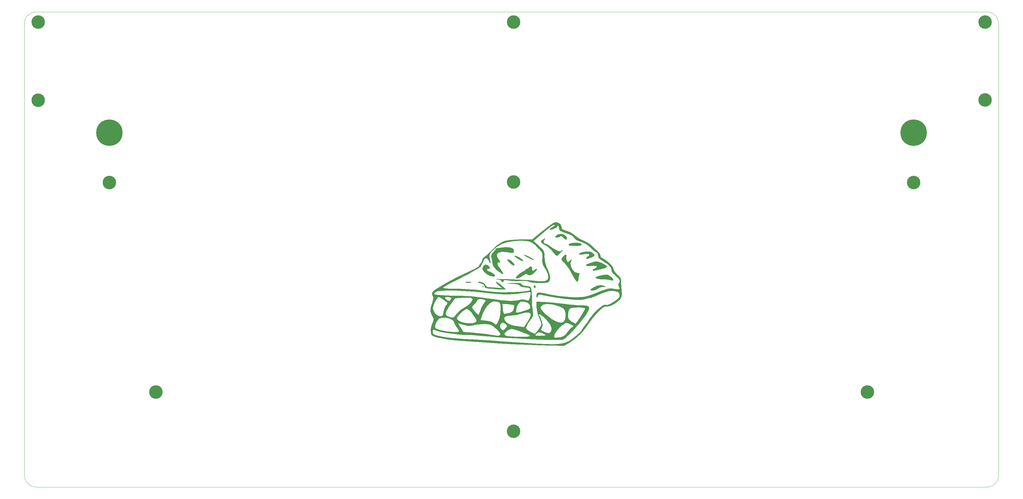
<source format=gbr>
%TF.GenerationSoftware,KiCad,Pcbnew,(5.1.10)-1*%
%TF.CreationDate,2021-06-02T05:43:55-04:00*%
%TF.ProjectId,pi75-plate-back,70693735-2d70-46c6-9174-652d6261636b,rev?*%
%TF.SameCoordinates,Original*%
%TF.FileFunction,Soldermask,Bot*%
%TF.FilePolarity,Negative*%
%FSLAX46Y46*%
G04 Gerber Fmt 4.6, Leading zero omitted, Abs format (unit mm)*
G04 Created by KiCad (PCBNEW (5.1.10)-1) date 2021-06-02 05:43:55*
%MOMM*%
%LPD*%
G01*
G04 APERTURE LIST*
%TA.AperFunction,Profile*%
%ADD10C,0.050000*%
%TD*%
%ADD11C,0.010000*%
%ADD12C,4.400000*%
%ADD13C,8.600000*%
G04 APERTURE END LIST*
D10*
X297815000Y-5600700D02*
X-12065000Y-5600700D01*
X297815000Y-5600700D02*
G75*
G02*
X301625000Y-9410700I0J-3810000D01*
G01*
X301625000Y-156730700D02*
G75*
G02*
X297815000Y-160540700I-3810000J0D01*
G01*
X-12065000Y-160540700D02*
G75*
G02*
X-15875000Y-156730700I0J3810000D01*
G01*
X297815000Y-160540700D02*
X-12065000Y-160540700D01*
X-15875000Y-9410700D02*
X-15875000Y-156730700D01*
X-15875000Y-9410700D02*
G75*
G02*
X-12065000Y-5600700I3810000J0D01*
G01*
X301625000Y-9410700D02*
X301625000Y-156730700D01*
D11*
%TO.C,G\u002A\u002A\u002A*%
G36*
X156626393Y-74370979D02*
G01*
X155719318Y-74955635D01*
X154526258Y-75823458D01*
X153172737Y-76887228D01*
X153060365Y-76978933D01*
X149612037Y-79801155D01*
X146259472Y-79801155D01*
X143870633Y-79839965D01*
X142028736Y-79991234D01*
X140577741Y-80307222D01*
X139361606Y-80840190D01*
X138224290Y-81642398D01*
X137009754Y-82766107D01*
X136811453Y-82965436D01*
X135726225Y-84028912D01*
X134774814Y-84897743D01*
X134097620Y-85446588D01*
X133901036Y-85563699D01*
X133435084Y-86053006D01*
X133347178Y-86449666D01*
X133090505Y-87239317D01*
X132818012Y-87562267D01*
X132371068Y-88136305D01*
X132288845Y-88437021D01*
X131984589Y-88748091D01*
X131161698Y-89249497D01*
X129954987Y-89865472D01*
X128849262Y-90370098D01*
X127048578Y-91193568D01*
X125098601Y-92151564D01*
X123123938Y-93175611D01*
X121249198Y-94197233D01*
X119598988Y-95147956D01*
X118297917Y-95959302D01*
X117470593Y-96562797D01*
X117323601Y-96703757D01*
X116925198Y-97322275D01*
X117064912Y-97919194D01*
X117157249Y-98075110D01*
X117388466Y-98659610D01*
X117320191Y-99384030D01*
X117004954Y-100325559D01*
X116522840Y-101936371D01*
X116489960Y-103222413D01*
X116910028Y-104406015D01*
X117077983Y-104698436D01*
X117493669Y-105517942D01*
X117500273Y-106133893D01*
X117274704Y-106638713D01*
X116796836Y-107858578D01*
X116553554Y-109183109D01*
X116582716Y-110326476D01*
X116727244Y-110772019D01*
X117318847Y-111228509D01*
X118557910Y-111662268D01*
X120386442Y-112062958D01*
X122746458Y-112420244D01*
X125579967Y-112723791D01*
X128828983Y-112963262D01*
X129113845Y-112979840D01*
X131491682Y-113122230D01*
X134080207Y-113288270D01*
X136588594Y-113458684D01*
X138726013Y-113614190D01*
X138991623Y-113634648D01*
X140689820Y-113747255D01*
X142913239Y-113865882D01*
X145481687Y-113982520D01*
X148214972Y-114089164D01*
X150932898Y-114177805D01*
X151691623Y-114198977D01*
X159981900Y-114420506D01*
X161464952Y-113544684D01*
X163704542Y-112037487D01*
X165559555Y-110331594D01*
X167266215Y-108202580D01*
X167610963Y-107705619D01*
X169125906Y-105606969D01*
X170548187Y-103884815D01*
X171818246Y-102598900D01*
X172876528Y-101808967D01*
X173663475Y-101574759D01*
X173715228Y-101582255D01*
X174687121Y-101493412D01*
X175899803Y-101015382D01*
X177110585Y-100272846D01*
X178076778Y-99390483D01*
X178145013Y-99306480D01*
X178616376Y-98551032D01*
X178783596Y-97718374D01*
X178718367Y-96562609D01*
X178600041Y-95206575D01*
X178532545Y-93894534D01*
X178526375Y-93496548D01*
X178488858Y-93185465D01*
X178139328Y-93185465D01*
X178045222Y-93858427D01*
X177796224Y-94089245D01*
X177634397Y-94557775D01*
X177796224Y-94968817D01*
X178101510Y-95690937D01*
X177965303Y-96035084D01*
X177303569Y-96059629D01*
X176441889Y-95909586D01*
X175672582Y-95778756D01*
X174977413Y-95760864D01*
X174196717Y-95889545D01*
X173170825Y-96198435D01*
X171740071Y-96721169D01*
X170709250Y-97117229D01*
X168991672Y-97772285D01*
X167712025Y-98209760D01*
X166651916Y-98471010D01*
X165592950Y-98597385D01*
X164316735Y-98630239D01*
X162804123Y-98614061D01*
X158071497Y-98243184D01*
X155147411Y-97700049D01*
X153391463Y-97318974D01*
X152209682Y-97128829D01*
X151491774Y-97149307D01*
X151127449Y-97400100D01*
X151006411Y-97900899D01*
X151008428Y-98439036D01*
X151079115Y-98748079D01*
X151280577Y-98407813D01*
X151327050Y-98295396D01*
X151489294Y-97953845D01*
X151731449Y-97770546D01*
X152198910Y-97741582D01*
X153037069Y-97863034D01*
X154391323Y-98130986D01*
X154744272Y-98203324D01*
X157150868Y-98650125D01*
X159539491Y-99009326D01*
X161785789Y-99269845D01*
X163765407Y-99420603D01*
X165353991Y-99450519D01*
X166427187Y-99348513D01*
X166686284Y-99267391D01*
X167588998Y-98953772D01*
X168222516Y-98851155D01*
X168921121Y-98705917D01*
X169908406Y-98343147D01*
X170234388Y-98197083D01*
X172485084Y-97224795D01*
X174275020Y-96658559D01*
X175702211Y-96473642D01*
X176638278Y-96581054D01*
X177558754Y-96906335D01*
X177980625Y-97391206D01*
X178082073Y-97848677D01*
X178052731Y-98424986D01*
X177731345Y-98946530D01*
X176994704Y-99562663D01*
X176240723Y-100080717D01*
X174929623Y-100858528D01*
X174010757Y-101172846D01*
X173555019Y-101141410D01*
X173006520Y-101135053D01*
X172307495Y-101495397D01*
X171324491Y-102298606D01*
X170986648Y-102607245D01*
X169919541Y-103685831D01*
X168963500Y-104804321D01*
X168390593Y-105618642D01*
X167653994Y-106736846D01*
X166836164Y-107779701D01*
X166714899Y-107914384D01*
X166120641Y-108645098D01*
X165814078Y-109197589D01*
X165802734Y-109267984D01*
X165534051Y-109718856D01*
X164830132Y-110431566D01*
X163844172Y-111278650D01*
X162729366Y-112132642D01*
X161638909Y-112866077D01*
X161120674Y-113163678D01*
X160289091Y-113512944D01*
X159256684Y-113761367D01*
X157936805Y-113912522D01*
X156242807Y-113969982D01*
X154088043Y-113937322D01*
X151385866Y-113818118D01*
X148869400Y-113669078D01*
X146366013Y-113505747D01*
X143589807Y-113318381D01*
X140842554Y-113127704D01*
X138426026Y-112954437D01*
X137933289Y-112918080D01*
X135522571Y-112748900D01*
X132751185Y-112570072D01*
X129963333Y-112403020D01*
X127526345Y-112270334D01*
X125405621Y-112129603D01*
X123292957Y-111931024D01*
X121402729Y-111698480D01*
X119949314Y-111455853D01*
X119677039Y-111395876D01*
X118359374Y-111060887D01*
X117590193Y-110779293D01*
X117225573Y-110468907D01*
X117121593Y-110047547D01*
X117119400Y-109935379D01*
X117147948Y-109320615D01*
X117361357Y-109127748D01*
X117951282Y-109287850D01*
X118419351Y-109467848D01*
X119618615Y-109817306D01*
X121308043Y-110158779D01*
X123272618Y-110461320D01*
X125297323Y-110693981D01*
X127167140Y-110825816D01*
X127982555Y-110844257D01*
X129341032Y-110884447D01*
X131166463Y-110993053D01*
X133225353Y-111153770D01*
X135284205Y-111350291D01*
X135390889Y-111361610D01*
X137077264Y-111518998D01*
X139168546Y-111678772D01*
X141561215Y-111836361D01*
X144151752Y-111987197D01*
X146836636Y-112126709D01*
X149512348Y-112250330D01*
X152075367Y-112353489D01*
X154422174Y-112431617D01*
X156449249Y-112480144D01*
X158053071Y-112494502D01*
X159130122Y-112470121D01*
X159518951Y-112426619D01*
X160203361Y-112033917D01*
X161195752Y-111186666D01*
X162392135Y-110003105D01*
X163688520Y-108601476D01*
X164137383Y-108080004D01*
X162980512Y-108080004D01*
X162713464Y-108370590D01*
X162649654Y-108376155D01*
X162276241Y-108640818D01*
X161667026Y-109321835D01*
X161192316Y-109944752D01*
X160536287Y-110788497D01*
X159919930Y-111305911D01*
X159126383Y-111601601D01*
X157938788Y-111780177D01*
X157247873Y-111847476D01*
X156727088Y-111723049D01*
X156630512Y-111533636D01*
X156781995Y-111026723D01*
X154161067Y-111026723D01*
X153841913Y-111120752D01*
X153018671Y-111183101D01*
X152220789Y-111198378D01*
X151123581Y-111187298D01*
X150829204Y-111143721D01*
X148881328Y-111143721D01*
X148686066Y-111367857D01*
X147837927Y-111491453D01*
X146343262Y-111537939D01*
X146003081Y-111539936D01*
X144385674Y-111521682D01*
X142913347Y-111463374D01*
X141812915Y-111375694D01*
X141488434Y-111327323D01*
X140667367Y-110990089D01*
X140602892Y-110781162D01*
X139207836Y-110781162D01*
X139003091Y-111032398D01*
X138679546Y-111154266D01*
X138086658Y-111148112D01*
X137073885Y-111015280D01*
X135816623Y-110811465D01*
X134336107Y-110600828D01*
X132504921Y-110390645D01*
X130676846Y-110220802D01*
X130364288Y-110196769D01*
X127205008Y-109963655D01*
X127072612Y-109768437D01*
X125745654Y-109768437D01*
X125719034Y-109857524D01*
X125258177Y-110017760D01*
X124276306Y-110040616D01*
X122941622Y-109939689D01*
X121422326Y-109728574D01*
X119886619Y-109420866D01*
X119671043Y-109368660D01*
X118708382Y-109073252D01*
X118072952Y-108773727D01*
X117970266Y-108678646D01*
X117925315Y-108063012D01*
X118180471Y-107159964D01*
X118620700Y-106252586D01*
X119130967Y-105623962D01*
X119241127Y-105551225D01*
X120252115Y-105262667D01*
X121447671Y-105273292D01*
X122625910Y-105530568D01*
X123584945Y-105981967D01*
X124122888Y-106574958D01*
X124174956Y-106834984D01*
X124389940Y-107453747D01*
X124920850Y-108271937D01*
X125059259Y-108443295D01*
X125571943Y-109198785D01*
X125745654Y-109768437D01*
X127072612Y-109768437D01*
X126248217Y-108552874D01*
X125709833Y-107718659D01*
X125406081Y-107167944D01*
X125378922Y-107054597D01*
X125731570Y-107107485D01*
X126535672Y-107339035D01*
X127128456Y-107533415D01*
X128391745Y-107872422D01*
X129468994Y-107883862D01*
X130343109Y-107708775D01*
X131609431Y-107485446D01*
X133141220Y-107343925D01*
X133998432Y-107317822D01*
X135192135Y-107352647D01*
X136021989Y-107533422D01*
X136772422Y-107974601D01*
X137727862Y-108790636D01*
X137783415Y-108840884D01*
X138712244Y-109779028D01*
X139187272Y-110478968D01*
X139207836Y-110781162D01*
X140602892Y-110781162D01*
X140507914Y-110473395D01*
X141004590Y-109827532D01*
X141704576Y-109345902D01*
X142287567Y-109029285D01*
X142788188Y-108893791D01*
X143400218Y-108954172D01*
X144317435Y-109225177D01*
X145486325Y-109633773D01*
X147287809Y-110300110D01*
X148417359Y-110795616D01*
X148881328Y-111143721D01*
X150829204Y-111143721D01*
X150620632Y-111112846D01*
X150600648Y-110913206D01*
X150952334Y-110526561D01*
X150973371Y-110505518D01*
X151489092Y-110075873D01*
X151996671Y-110012138D01*
X152801557Y-110287291D01*
X152913649Y-110333864D01*
X153712557Y-110707751D01*
X154139077Y-110985459D01*
X154161067Y-111026723D01*
X156781995Y-111026723D01*
X156878780Y-110702850D01*
X157519032Y-109666508D01*
X158388077Y-108609146D01*
X155930940Y-108609146D01*
X155815264Y-109635761D01*
X155501623Y-110069489D01*
X155181189Y-110372040D01*
X154881783Y-110448992D01*
X154361485Y-110289048D01*
X153620570Y-109981656D01*
X152773353Y-109600807D01*
X152460695Y-109267411D01*
X152568793Y-108750646D01*
X152779513Y-108275775D01*
X152934800Y-107602230D01*
X152799540Y-106746331D01*
X152335236Y-105560707D01*
X151769022Y-104407405D01*
X151909922Y-104165819D01*
X152079856Y-104142822D01*
X152534003Y-104381621D01*
X153298382Y-105008254D01*
X154209069Y-105888080D01*
X154225921Y-105905541D01*
X155398991Y-107358663D01*
X155930940Y-108609146D01*
X158388077Y-108609146D01*
X158394439Y-108601406D01*
X159348172Y-107684339D01*
X160223403Y-107092105D01*
X160683132Y-106965044D01*
X161400901Y-107107710D01*
X162207102Y-107444225D01*
X162818992Y-107837371D01*
X162980512Y-108080004D01*
X164137383Y-108080004D01*
X164980918Y-107100018D01*
X166165340Y-105616974D01*
X167137796Y-104270584D01*
X167794298Y-103179088D01*
X167941633Y-102849623D01*
X168062414Y-102378738D01*
X166861067Y-102378738D01*
X166686314Y-102771685D01*
X166235775Y-103557801D01*
X165620032Y-104562992D01*
X164949665Y-105613165D01*
X164335256Y-106534226D01*
X163887385Y-107152082D01*
X163727707Y-107311754D01*
X163371376Y-107148162D01*
X162650372Y-106733385D01*
X162404790Y-106583494D01*
X161578982Y-105936517D01*
X161252615Y-105213280D01*
X161221440Y-104731411D01*
X161248533Y-104220690D01*
X160511067Y-104220690D01*
X160358063Y-105713154D01*
X159872096Y-106605110D01*
X159012733Y-106919235D01*
X157739541Y-106678207D01*
X156806900Y-106298225D01*
X155787733Y-105687563D01*
X154595657Y-104774001D01*
X153724189Y-103982075D01*
X152824949Y-103036666D01*
X152379981Y-102400689D01*
X152306205Y-101926345D01*
X152411455Y-101646701D01*
X153083081Y-100985341D01*
X154206769Y-100729658D01*
X155836785Y-100873045D01*
X156893721Y-101100954D01*
X158573709Y-101595164D01*
X159660189Y-102147752D01*
X160264214Y-102854498D01*
X160496839Y-103811178D01*
X160511067Y-104220690D01*
X161248533Y-104220690D01*
X161292986Y-103382723D01*
X161574632Y-102575811D01*
X162188510Y-102152397D01*
X163256752Y-101954208D01*
X163373428Y-101942578D01*
X164832525Y-101874098D01*
X165993699Y-101955650D01*
X166707494Y-102168543D01*
X166861067Y-102378738D01*
X168062414Y-102378738D01*
X168138428Y-102082390D01*
X167945409Y-101619201D01*
X167262946Y-101389122D01*
X165991407Y-101321219D01*
X165794043Y-101320600D01*
X164533554Y-101271463D01*
X162841349Y-101139323D01*
X160983274Y-100947085D01*
X159905835Y-100813282D01*
X157997343Y-100580722D01*
X156021200Y-100376070D01*
X154279008Y-100229139D01*
X153543706Y-100184389D01*
X150986067Y-100062814D01*
X150986067Y-101771886D01*
X151294416Y-103808828D01*
X151919675Y-105454443D01*
X152431673Y-106635625D01*
X152615629Y-107387415D01*
X152507383Y-107884905D01*
X152438736Y-107990236D01*
X151951643Y-108695578D01*
X151416934Y-109520453D01*
X150898969Y-110185166D01*
X150473610Y-110473317D01*
X150456900Y-110473647D01*
X149696291Y-110265770D01*
X148785162Y-109798625D01*
X147982586Y-109231987D01*
X147547633Y-108725634D01*
X147530910Y-108669101D01*
X147672609Y-108088976D01*
X148155736Y-107189348D01*
X148703474Y-106398203D01*
X149426363Y-105388568D01*
X149772007Y-104649899D01*
X149805728Y-104203912D01*
X149151027Y-104203912D01*
X149029013Y-104800560D01*
X148597667Y-105743116D01*
X148096298Y-106594739D01*
X146929123Y-108395310D01*
X145165234Y-108165509D01*
X145115957Y-108157338D01*
X141392823Y-108157338D01*
X140962354Y-108695282D01*
X140331644Y-109295153D01*
X139876308Y-109367205D01*
X139414956Y-109011155D01*
X139019783Y-108197946D01*
X139190578Y-107339094D01*
X139475145Y-107002926D01*
X139980797Y-106821753D01*
X140633621Y-107152601D01*
X140794997Y-107278857D01*
X141352978Y-107783086D01*
X141392823Y-108157338D01*
X145115957Y-108157338D01*
X143933000Y-107961184D01*
X142856809Y-107710285D01*
X142520046Y-107602211D01*
X141406446Y-107008832D01*
X140686422Y-106290686D01*
X140418487Y-105575286D01*
X140661159Y-104990148D01*
X141196484Y-104717951D01*
X142095002Y-104571411D01*
X143212520Y-104501266D01*
X143306012Y-104500417D01*
X144527988Y-104356804D01*
X145824421Y-104010089D01*
X146014118Y-103938500D01*
X147366378Y-103553131D01*
X148419573Y-103557836D01*
X149046875Y-103941884D01*
X149151027Y-104203912D01*
X149805728Y-104203912D01*
X149827077Y-103921565D01*
X149739769Y-103281899D01*
X149615737Y-102238506D01*
X149595534Y-101950112D01*
X149002384Y-101950112D01*
X148853988Y-102302445D01*
X148326696Y-102599291D01*
X147285438Y-102954532D01*
X146985906Y-103048120D01*
X145645770Y-103460773D01*
X144843033Y-103672550D01*
X144440103Y-103687984D01*
X144299385Y-103511606D01*
X144283285Y-103147948D01*
X144283289Y-103137131D01*
X144476128Y-101894871D01*
X144689647Y-101433609D01*
X143787613Y-101433609D01*
X143710920Y-101940864D01*
X143701323Y-101981301D01*
X143427948Y-102874300D01*
X143017975Y-103435353D01*
X142302818Y-103776430D01*
X141113890Y-104009503D01*
X140526451Y-104089965D01*
X140247129Y-103801819D01*
X140031736Y-102966394D01*
X139971245Y-102467128D01*
X139945186Y-102155495D01*
X139335984Y-102155495D01*
X139213973Y-104091241D01*
X138891984Y-105720993D01*
X138407756Y-106874280D01*
X138242422Y-107095214D01*
X137824106Y-107544619D01*
X137537549Y-107550861D01*
X137063326Y-107103030D01*
X137013692Y-107053239D01*
X136236182Y-106621371D01*
X135533922Y-106447430D01*
X131433959Y-106447430D01*
X131184131Y-106735069D01*
X131089703Y-106806262D01*
X130270573Y-107082877D01*
X129045484Y-107148844D01*
X127677497Y-107017611D01*
X126429674Y-106702627D01*
X126065832Y-106549429D01*
X125331872Y-106075244D01*
X124962331Y-105633049D01*
X125112554Y-105119749D01*
X125669698Y-104374534D01*
X126460063Y-103566343D01*
X127309948Y-102864117D01*
X128045651Y-102436796D01*
X128308148Y-102378933D01*
X128947014Y-102693574D01*
X129798949Y-103597176D01*
X130361066Y-104360122D01*
X131069377Y-105417577D01*
X131411358Y-106060806D01*
X131433959Y-106447430D01*
X135533922Y-106447430D01*
X135013080Y-106318424D01*
X134541170Y-106259489D01*
X132685863Y-106083100D01*
X133323136Y-104207244D01*
X133959522Y-102804349D01*
X134818039Y-101529190D01*
X135765078Y-100536403D01*
X136667030Y-99980624D01*
X137032354Y-99914306D01*
X138282625Y-100012012D01*
X138985106Y-100379057D01*
X139286024Y-101157704D01*
X139335984Y-102155495D01*
X139945186Y-102155495D01*
X139888773Y-101480868D01*
X139847350Y-100856017D01*
X139847528Y-100747575D01*
X140181040Y-100751682D01*
X141017854Y-100807447D01*
X141897883Y-100879109D01*
X143031211Y-100994476D01*
X143611082Y-101148728D01*
X143787613Y-101433609D01*
X144689647Y-101433609D01*
X144973991Y-100819348D01*
X145655898Y-100142936D01*
X145890903Y-100049307D01*
X147118945Y-100008027D01*
X148177044Y-100437729D01*
X148841649Y-101236194D01*
X148906951Y-101428411D01*
X149002384Y-101950112D01*
X149595534Y-101950112D01*
X149513058Y-100772800D01*
X149450605Y-99168022D01*
X149444538Y-98851155D01*
X149391439Y-97426077D01*
X149374868Y-97233710D01*
X149094403Y-97233710D01*
X149010922Y-97858621D01*
X148795776Y-98998870D01*
X148577203Y-99575709D01*
X148233324Y-99721269D01*
X147642258Y-99567680D01*
X147484805Y-99513092D01*
X146289955Y-99326846D01*
X145132169Y-99567623D01*
X144012064Y-99777652D01*
X142404415Y-99816854D01*
X140262127Y-99682098D01*
X139845342Y-99634384D01*
X134507820Y-99634384D01*
X134345642Y-100010953D01*
X134055699Y-100340355D01*
X133538977Y-101099988D01*
X132993740Y-102205021D01*
X132768135Y-102775140D01*
X132151604Y-104489656D01*
X131305887Y-103698878D01*
X130595574Y-102938633D01*
X130116956Y-102271274D01*
X129999956Y-101710325D01*
X130399251Y-101156447D01*
X130678516Y-100922752D01*
X131308238Y-100284580D01*
X131582863Y-99723329D01*
X131583289Y-99707495D01*
X131808433Y-99452365D01*
X130140928Y-99452365D01*
X129781553Y-100201796D01*
X128987872Y-101016427D01*
X127857304Y-101769178D01*
X127704224Y-101849011D01*
X126386715Y-102695593D01*
X125256821Y-103730786D01*
X124956842Y-104103984D01*
X124313149Y-104923143D01*
X123804343Y-105255395D01*
X123210769Y-105223842D01*
X123039919Y-105178284D01*
X122203189Y-104898517D01*
X121717002Y-104679090D01*
X121377031Y-104155488D01*
X121542906Y-103284913D01*
X122227981Y-102026679D01*
X122908895Y-101048211D01*
X123250210Y-100584566D01*
X122058289Y-100584566D01*
X121817674Y-101034349D01*
X121538458Y-101312852D01*
X121130242Y-101935172D01*
X120814350Y-102891632D01*
X120786569Y-103031742D01*
X120564085Y-104094512D01*
X120306760Y-104634191D01*
X119882032Y-104826447D01*
X119415658Y-104848378D01*
X118531059Y-104523290D01*
X117848978Y-103823780D01*
X117354196Y-102981293D01*
X117121896Y-102295039D01*
X117119400Y-102245718D01*
X117270908Y-101558000D01*
X117649624Y-100619071D01*
X118141838Y-99649862D01*
X118633840Y-98871307D01*
X119011921Y-98504340D01*
X119048083Y-98498378D01*
X119574931Y-98686814D01*
X120364731Y-99147884D01*
X121191868Y-99725228D01*
X121830731Y-100262490D01*
X122058289Y-100584566D01*
X123250210Y-100584566D01*
X124435855Y-98973982D01*
X123299261Y-98973982D01*
X123070366Y-99436058D01*
X122607803Y-99842109D01*
X122113261Y-99757272D01*
X121617317Y-99418406D01*
X121073635Y-98887976D01*
X121187480Y-98592315D01*
X121972556Y-98498425D01*
X121999493Y-98498378D01*
X122980435Y-98617554D01*
X123299261Y-98973982D01*
X124435855Y-98973982D01*
X124465055Y-98934317D01*
X127054033Y-98769975D01*
X128358949Y-98726842D01*
X129390598Y-98766014D01*
X129945447Y-98878744D01*
X129968581Y-98895213D01*
X130140928Y-99452365D01*
X131808433Y-99452365D01*
X131886342Y-99364080D01*
X132629885Y-99201234D01*
X133565500Y-99247177D01*
X134184490Y-99412010D01*
X134507820Y-99634384D01*
X139845342Y-99634384D01*
X137538105Y-99370249D01*
X134185254Y-98878174D01*
X133766977Y-98811455D01*
X131746230Y-98533231D01*
X129642538Y-98320846D01*
X127733201Y-98198456D01*
X126535033Y-98181500D01*
X125085011Y-98187631D01*
X123431975Y-98151303D01*
X121731625Y-98081493D01*
X120139660Y-97987177D01*
X118811782Y-97877331D01*
X117903689Y-97760932D01*
X117579764Y-97665223D01*
X117682493Y-97343202D01*
X118009744Y-96952875D01*
X118693289Y-96659593D01*
X120010423Y-96470044D01*
X121896939Y-96383636D01*
X124288627Y-96399778D01*
X127121277Y-96517879D01*
X130330680Y-96737348D01*
X133852627Y-97057593D01*
X134293970Y-97102845D01*
X136879977Y-97360000D01*
X138915739Y-97530615D01*
X140550626Y-97619508D01*
X141934010Y-97631496D01*
X143215262Y-97571398D01*
X144543751Y-97444033D01*
X144615777Y-97435792D01*
X146145773Y-97248755D01*
X147455812Y-97068724D01*
X148355475Y-96922801D01*
X148600477Y-96868652D01*
X148999117Y-96849661D01*
X149094403Y-97233710D01*
X149374868Y-97233710D01*
X149290221Y-96251133D01*
X149159699Y-95521636D01*
X149113164Y-95411572D01*
X148594779Y-95113110D01*
X147709994Y-94972253D01*
X147602787Y-94970600D01*
X146618060Y-94817466D01*
X146174752Y-94441433D01*
X145881552Y-94145295D01*
X145199323Y-93996793D01*
X143988496Y-93970584D01*
X143628185Y-93978971D01*
X141284678Y-94045676D01*
X143331185Y-94173503D01*
X144746946Y-94352988D01*
X145479595Y-94673215D01*
X145573789Y-94812354D01*
X146076025Y-95190417D01*
X147100059Y-95323378D01*
X148098897Y-95442223D01*
X148766723Y-95733711D01*
X148996111Y-96100268D01*
X148679636Y-96444323D01*
X148435863Y-96536665D01*
X147794192Y-96640348D01*
X146606184Y-96753180D01*
X145030731Y-96862741D01*
X143226721Y-96956608D01*
X142872178Y-96971605D01*
X140121845Y-97032855D01*
X137730928Y-96957817D01*
X135363476Y-96729694D01*
X133876345Y-96521778D01*
X131353167Y-96214603D01*
X128509943Y-95991428D01*
X125729951Y-95880169D01*
X124966224Y-95872790D01*
X122876113Y-95844221D01*
X121403036Y-95765650D01*
X120578201Y-95639579D01*
X120405702Y-95507212D01*
X120744259Y-95244439D01*
X121617366Y-94727772D01*
X122925057Y-94011860D01*
X124567367Y-93151353D01*
X126444330Y-92200899D01*
X126549817Y-92148378D01*
X128445077Y-91183865D01*
X130117030Y-90291750D01*
X131463629Y-89529854D01*
X132382825Y-88956001D01*
X132772573Y-88628011D01*
X132775791Y-88620600D01*
X133145989Y-87843300D01*
X133311483Y-87562267D01*
X133721385Y-86741315D01*
X133839820Y-86415739D01*
X134250633Y-85876065D01*
X134826982Y-85896846D01*
X135355543Y-86443326D01*
X135463845Y-86680322D01*
X135796575Y-87413586D01*
X135956206Y-87505845D01*
X135906286Y-87008292D01*
X135721590Y-86318346D01*
X135584628Y-85309846D01*
X135879174Y-84360818D01*
X136672180Y-83356361D01*
X138030599Y-82181574D01*
X138215483Y-82038502D01*
X139790114Y-81114598D01*
X141736776Y-80512741D01*
X144164101Y-80206688D01*
X146016967Y-80153933D01*
X147520262Y-80195300D01*
X148645798Y-80383100D01*
X149595049Y-80812882D01*
X150569489Y-81580196D01*
X151770595Y-82780590D01*
X151947143Y-82966311D01*
X152663192Y-83797925D01*
X152969454Y-84493705D01*
X152980193Y-85390231D01*
X152929717Y-85860595D01*
X152869841Y-86946928D01*
X153057721Y-87829879D01*
X153579301Y-88838682D01*
X153799585Y-89192856D01*
X154655340Y-90816150D01*
X154921362Y-92054344D01*
X154598942Y-92904983D01*
X153689376Y-93365613D01*
X152193957Y-93433776D01*
X151597127Y-93372973D01*
X150096387Y-93216056D01*
X148285186Y-93078274D01*
X146576345Y-92990350D01*
X144886913Y-92927930D01*
X142852673Y-92848387D01*
X140833679Y-92765904D01*
X140226345Y-92740210D01*
X138934740Y-92692411D01*
X138135778Y-92678416D01*
X137903962Y-92698187D01*
X138206528Y-92741312D01*
X139072242Y-92900282D01*
X139504354Y-93124874D01*
X139508625Y-93226394D01*
X139603672Y-93509048D01*
X139873567Y-93559489D01*
X140248013Y-93383118D01*
X140209494Y-93179446D01*
X140297937Y-92977972D01*
X140978298Y-92986911D01*
X141687980Y-93091252D01*
X142962084Y-93228212D01*
X144562714Y-93292471D01*
X145926766Y-93276464D01*
X147321176Y-93269424D01*
X148291866Y-93370475D01*
X148681614Y-93541047D01*
X149128725Y-93718668D01*
X150122296Y-93847554D01*
X151503888Y-93909416D01*
X151897563Y-93912267D01*
X153356328Y-93899939D01*
X154265618Y-93836020D01*
X154781424Y-93680103D01*
X155059739Y-93391779D01*
X155210340Y-93054152D01*
X155359783Y-92017213D01*
X155081180Y-90699497D01*
X154349283Y-88989104D01*
X154247537Y-88786944D01*
X153666315Y-86978021D01*
X153535647Y-85451860D01*
X153507248Y-84395360D01*
X153341595Y-83663776D01*
X152920574Y-83018852D01*
X152126068Y-82222332D01*
X151772620Y-81895563D01*
X150008319Y-80273283D01*
X152964035Y-77734090D01*
X154212826Y-76683276D01*
X155305018Y-75804545D01*
X156107368Y-75202707D01*
X156451520Y-74990839D01*
X156927920Y-74921114D01*
X156951904Y-75162054D01*
X156595499Y-75552346D01*
X156055757Y-75877182D01*
X155462391Y-76237693D01*
X155338890Y-76510459D01*
X155782912Y-76538349D01*
X156519812Y-76311800D01*
X157248446Y-75957095D01*
X157667671Y-75600515D01*
X157688845Y-75525023D01*
X157958545Y-75223783D01*
X158041623Y-75215044D01*
X158308224Y-75516549D01*
X158394400Y-76084193D01*
X158477408Y-76584268D01*
X158826641Y-76953975D01*
X159592413Y-77298285D01*
X160599262Y-77623955D01*
X162025885Y-78144847D01*
X162884411Y-78691960D01*
X163230599Y-79153842D01*
X163868520Y-79855520D01*
X165050389Y-80364759D01*
X165358942Y-80449293D01*
X167137228Y-81216589D01*
X168404717Y-82270185D01*
X169285619Y-83092785D01*
X170078138Y-83691587D01*
X170421513Y-83868468D01*
X170981462Y-84384314D01*
X171094401Y-85029006D01*
X171224651Y-85685739D01*
X171717643Y-86232850D01*
X172704135Y-86829940D01*
X174133525Y-87750881D01*
X175090124Y-88712251D01*
X175488278Y-89617525D01*
X175470760Y-89947710D01*
X175680854Y-90601166D01*
X176572241Y-91410224D01*
X176739606Y-91527664D01*
X177686818Y-92366592D01*
X178139328Y-93185465D01*
X178488858Y-93185465D01*
X178411700Y-92545703D01*
X177955013Y-91806840D01*
X177280823Y-91203492D01*
X176461414Y-90380350D01*
X176052201Y-89612107D01*
X176033300Y-89455400D01*
X175765766Y-88782777D01*
X175084965Y-87914056D01*
X174173572Y-87030837D01*
X173214265Y-86314722D01*
X172544509Y-85987144D01*
X171939674Y-85517066D01*
X171799956Y-85066716D01*
X171544908Y-84382941D01*
X170924809Y-83644154D01*
X170863863Y-83591183D01*
X169994488Y-82819913D01*
X169009160Y-81896925D01*
X168784205Y-81678488D01*
X167674172Y-80842328D01*
X166375506Y-80192912D01*
X166104325Y-80101621D01*
X164856169Y-79537723D01*
X163699390Y-78714794D01*
X163488800Y-78510901D01*
X162066534Y-77461976D01*
X160754772Y-76959083D01*
X159731881Y-76644348D01*
X159237551Y-76291293D01*
X159100603Y-75771200D01*
X159099956Y-75714743D01*
X158784899Y-74877486D01*
X157972060Y-74310604D01*
X157121961Y-74156711D01*
X156626393Y-74370979D01*
G37*
X156626393Y-74370979D02*
X155719318Y-74955635D01*
X154526258Y-75823458D01*
X153172737Y-76887228D01*
X153060365Y-76978933D01*
X149612037Y-79801155D01*
X146259472Y-79801155D01*
X143870633Y-79839965D01*
X142028736Y-79991234D01*
X140577741Y-80307222D01*
X139361606Y-80840190D01*
X138224290Y-81642398D01*
X137009754Y-82766107D01*
X136811453Y-82965436D01*
X135726225Y-84028912D01*
X134774814Y-84897743D01*
X134097620Y-85446588D01*
X133901036Y-85563699D01*
X133435084Y-86053006D01*
X133347178Y-86449666D01*
X133090505Y-87239317D01*
X132818012Y-87562267D01*
X132371068Y-88136305D01*
X132288845Y-88437021D01*
X131984589Y-88748091D01*
X131161698Y-89249497D01*
X129954987Y-89865472D01*
X128849262Y-90370098D01*
X127048578Y-91193568D01*
X125098601Y-92151564D01*
X123123938Y-93175611D01*
X121249198Y-94197233D01*
X119598988Y-95147956D01*
X118297917Y-95959302D01*
X117470593Y-96562797D01*
X117323601Y-96703757D01*
X116925198Y-97322275D01*
X117064912Y-97919194D01*
X117157249Y-98075110D01*
X117388466Y-98659610D01*
X117320191Y-99384030D01*
X117004954Y-100325559D01*
X116522840Y-101936371D01*
X116489960Y-103222413D01*
X116910028Y-104406015D01*
X117077983Y-104698436D01*
X117493669Y-105517942D01*
X117500273Y-106133893D01*
X117274704Y-106638713D01*
X116796836Y-107858578D01*
X116553554Y-109183109D01*
X116582716Y-110326476D01*
X116727244Y-110772019D01*
X117318847Y-111228509D01*
X118557910Y-111662268D01*
X120386442Y-112062958D01*
X122746458Y-112420244D01*
X125579967Y-112723791D01*
X128828983Y-112963262D01*
X129113845Y-112979840D01*
X131491682Y-113122230D01*
X134080207Y-113288270D01*
X136588594Y-113458684D01*
X138726013Y-113614190D01*
X138991623Y-113634648D01*
X140689820Y-113747255D01*
X142913239Y-113865882D01*
X145481687Y-113982520D01*
X148214972Y-114089164D01*
X150932898Y-114177805D01*
X151691623Y-114198977D01*
X159981900Y-114420506D01*
X161464952Y-113544684D01*
X163704542Y-112037487D01*
X165559555Y-110331594D01*
X167266215Y-108202580D01*
X167610963Y-107705619D01*
X169125906Y-105606969D01*
X170548187Y-103884815D01*
X171818246Y-102598900D01*
X172876528Y-101808967D01*
X173663475Y-101574759D01*
X173715228Y-101582255D01*
X174687121Y-101493412D01*
X175899803Y-101015382D01*
X177110585Y-100272846D01*
X178076778Y-99390483D01*
X178145013Y-99306480D01*
X178616376Y-98551032D01*
X178783596Y-97718374D01*
X178718367Y-96562609D01*
X178600041Y-95206575D01*
X178532545Y-93894534D01*
X178526375Y-93496548D01*
X178488858Y-93185465D01*
X178139328Y-93185465D01*
X178045222Y-93858427D01*
X177796224Y-94089245D01*
X177634397Y-94557775D01*
X177796224Y-94968817D01*
X178101510Y-95690937D01*
X177965303Y-96035084D01*
X177303569Y-96059629D01*
X176441889Y-95909586D01*
X175672582Y-95778756D01*
X174977413Y-95760864D01*
X174196717Y-95889545D01*
X173170825Y-96198435D01*
X171740071Y-96721169D01*
X170709250Y-97117229D01*
X168991672Y-97772285D01*
X167712025Y-98209760D01*
X166651916Y-98471010D01*
X165592950Y-98597385D01*
X164316735Y-98630239D01*
X162804123Y-98614061D01*
X158071497Y-98243184D01*
X155147411Y-97700049D01*
X153391463Y-97318974D01*
X152209682Y-97128829D01*
X151491774Y-97149307D01*
X151127449Y-97400100D01*
X151006411Y-97900899D01*
X151008428Y-98439036D01*
X151079115Y-98748079D01*
X151280577Y-98407813D01*
X151327050Y-98295396D01*
X151489294Y-97953845D01*
X151731449Y-97770546D01*
X152198910Y-97741582D01*
X153037069Y-97863034D01*
X154391323Y-98130986D01*
X154744272Y-98203324D01*
X157150868Y-98650125D01*
X159539491Y-99009326D01*
X161785789Y-99269845D01*
X163765407Y-99420603D01*
X165353991Y-99450519D01*
X166427187Y-99348513D01*
X166686284Y-99267391D01*
X167588998Y-98953772D01*
X168222516Y-98851155D01*
X168921121Y-98705917D01*
X169908406Y-98343147D01*
X170234388Y-98197083D01*
X172485084Y-97224795D01*
X174275020Y-96658559D01*
X175702211Y-96473642D01*
X176638278Y-96581054D01*
X177558754Y-96906335D01*
X177980625Y-97391206D01*
X178082073Y-97848677D01*
X178052731Y-98424986D01*
X177731345Y-98946530D01*
X176994704Y-99562663D01*
X176240723Y-100080717D01*
X174929623Y-100858528D01*
X174010757Y-101172846D01*
X173555019Y-101141410D01*
X173006520Y-101135053D01*
X172307495Y-101495397D01*
X171324491Y-102298606D01*
X170986648Y-102607245D01*
X169919541Y-103685831D01*
X168963500Y-104804321D01*
X168390593Y-105618642D01*
X167653994Y-106736846D01*
X166836164Y-107779701D01*
X166714899Y-107914384D01*
X166120641Y-108645098D01*
X165814078Y-109197589D01*
X165802734Y-109267984D01*
X165534051Y-109718856D01*
X164830132Y-110431566D01*
X163844172Y-111278650D01*
X162729366Y-112132642D01*
X161638909Y-112866077D01*
X161120674Y-113163678D01*
X160289091Y-113512944D01*
X159256684Y-113761367D01*
X157936805Y-113912522D01*
X156242807Y-113969982D01*
X154088043Y-113937322D01*
X151385866Y-113818118D01*
X148869400Y-113669078D01*
X146366013Y-113505747D01*
X143589807Y-113318381D01*
X140842554Y-113127704D01*
X138426026Y-112954437D01*
X137933289Y-112918080D01*
X135522571Y-112748900D01*
X132751185Y-112570072D01*
X129963333Y-112403020D01*
X127526345Y-112270334D01*
X125405621Y-112129603D01*
X123292957Y-111931024D01*
X121402729Y-111698480D01*
X119949314Y-111455853D01*
X119677039Y-111395876D01*
X118359374Y-111060887D01*
X117590193Y-110779293D01*
X117225573Y-110468907D01*
X117121593Y-110047547D01*
X117119400Y-109935379D01*
X117147948Y-109320615D01*
X117361357Y-109127748D01*
X117951282Y-109287850D01*
X118419351Y-109467848D01*
X119618615Y-109817306D01*
X121308043Y-110158779D01*
X123272618Y-110461320D01*
X125297323Y-110693981D01*
X127167140Y-110825816D01*
X127982555Y-110844257D01*
X129341032Y-110884447D01*
X131166463Y-110993053D01*
X133225353Y-111153770D01*
X135284205Y-111350291D01*
X135390889Y-111361610D01*
X137077264Y-111518998D01*
X139168546Y-111678772D01*
X141561215Y-111836361D01*
X144151752Y-111987197D01*
X146836636Y-112126709D01*
X149512348Y-112250330D01*
X152075367Y-112353489D01*
X154422174Y-112431617D01*
X156449249Y-112480144D01*
X158053071Y-112494502D01*
X159130122Y-112470121D01*
X159518951Y-112426619D01*
X160203361Y-112033917D01*
X161195752Y-111186666D01*
X162392135Y-110003105D01*
X163688520Y-108601476D01*
X164137383Y-108080004D01*
X162980512Y-108080004D01*
X162713464Y-108370590D01*
X162649654Y-108376155D01*
X162276241Y-108640818D01*
X161667026Y-109321835D01*
X161192316Y-109944752D01*
X160536287Y-110788497D01*
X159919930Y-111305911D01*
X159126383Y-111601601D01*
X157938788Y-111780177D01*
X157247873Y-111847476D01*
X156727088Y-111723049D01*
X156630512Y-111533636D01*
X156781995Y-111026723D01*
X154161067Y-111026723D01*
X153841913Y-111120752D01*
X153018671Y-111183101D01*
X152220789Y-111198378D01*
X151123581Y-111187298D01*
X150829204Y-111143721D01*
X148881328Y-111143721D01*
X148686066Y-111367857D01*
X147837927Y-111491453D01*
X146343262Y-111537939D01*
X146003081Y-111539936D01*
X144385674Y-111521682D01*
X142913347Y-111463374D01*
X141812915Y-111375694D01*
X141488434Y-111327323D01*
X140667367Y-110990089D01*
X140602892Y-110781162D01*
X139207836Y-110781162D01*
X139003091Y-111032398D01*
X138679546Y-111154266D01*
X138086658Y-111148112D01*
X137073885Y-111015280D01*
X135816623Y-110811465D01*
X134336107Y-110600828D01*
X132504921Y-110390645D01*
X130676846Y-110220802D01*
X130364288Y-110196769D01*
X127205008Y-109963655D01*
X127072612Y-109768437D01*
X125745654Y-109768437D01*
X125719034Y-109857524D01*
X125258177Y-110017760D01*
X124276306Y-110040616D01*
X122941622Y-109939689D01*
X121422326Y-109728574D01*
X119886619Y-109420866D01*
X119671043Y-109368660D01*
X118708382Y-109073252D01*
X118072952Y-108773727D01*
X117970266Y-108678646D01*
X117925315Y-108063012D01*
X118180471Y-107159964D01*
X118620700Y-106252586D01*
X119130967Y-105623962D01*
X119241127Y-105551225D01*
X120252115Y-105262667D01*
X121447671Y-105273292D01*
X122625910Y-105530568D01*
X123584945Y-105981967D01*
X124122888Y-106574958D01*
X124174956Y-106834984D01*
X124389940Y-107453747D01*
X124920850Y-108271937D01*
X125059259Y-108443295D01*
X125571943Y-109198785D01*
X125745654Y-109768437D01*
X127072612Y-109768437D01*
X126248217Y-108552874D01*
X125709833Y-107718659D01*
X125406081Y-107167944D01*
X125378922Y-107054597D01*
X125731570Y-107107485D01*
X126535672Y-107339035D01*
X127128456Y-107533415D01*
X128391745Y-107872422D01*
X129468994Y-107883862D01*
X130343109Y-107708775D01*
X131609431Y-107485446D01*
X133141220Y-107343925D01*
X133998432Y-107317822D01*
X135192135Y-107352647D01*
X136021989Y-107533422D01*
X136772422Y-107974601D01*
X137727862Y-108790636D01*
X137783415Y-108840884D01*
X138712244Y-109779028D01*
X139187272Y-110478968D01*
X139207836Y-110781162D01*
X140602892Y-110781162D01*
X140507914Y-110473395D01*
X141004590Y-109827532D01*
X141704576Y-109345902D01*
X142287567Y-109029285D01*
X142788188Y-108893791D01*
X143400218Y-108954172D01*
X144317435Y-109225177D01*
X145486325Y-109633773D01*
X147287809Y-110300110D01*
X148417359Y-110795616D01*
X148881328Y-111143721D01*
X150829204Y-111143721D01*
X150620632Y-111112846D01*
X150600648Y-110913206D01*
X150952334Y-110526561D01*
X150973371Y-110505518D01*
X151489092Y-110075873D01*
X151996671Y-110012138D01*
X152801557Y-110287291D01*
X152913649Y-110333864D01*
X153712557Y-110707751D01*
X154139077Y-110985459D01*
X154161067Y-111026723D01*
X156781995Y-111026723D01*
X156878780Y-110702850D01*
X157519032Y-109666508D01*
X158388077Y-108609146D01*
X155930940Y-108609146D01*
X155815264Y-109635761D01*
X155501623Y-110069489D01*
X155181189Y-110372040D01*
X154881783Y-110448992D01*
X154361485Y-110289048D01*
X153620570Y-109981656D01*
X152773353Y-109600807D01*
X152460695Y-109267411D01*
X152568793Y-108750646D01*
X152779513Y-108275775D01*
X152934800Y-107602230D01*
X152799540Y-106746331D01*
X152335236Y-105560707D01*
X151769022Y-104407405D01*
X151909922Y-104165819D01*
X152079856Y-104142822D01*
X152534003Y-104381621D01*
X153298382Y-105008254D01*
X154209069Y-105888080D01*
X154225921Y-105905541D01*
X155398991Y-107358663D01*
X155930940Y-108609146D01*
X158388077Y-108609146D01*
X158394439Y-108601406D01*
X159348172Y-107684339D01*
X160223403Y-107092105D01*
X160683132Y-106965044D01*
X161400901Y-107107710D01*
X162207102Y-107444225D01*
X162818992Y-107837371D01*
X162980512Y-108080004D01*
X164137383Y-108080004D01*
X164980918Y-107100018D01*
X166165340Y-105616974D01*
X167137796Y-104270584D01*
X167794298Y-103179088D01*
X167941633Y-102849623D01*
X168062414Y-102378738D01*
X166861067Y-102378738D01*
X166686314Y-102771685D01*
X166235775Y-103557801D01*
X165620032Y-104562992D01*
X164949665Y-105613165D01*
X164335256Y-106534226D01*
X163887385Y-107152082D01*
X163727707Y-107311754D01*
X163371376Y-107148162D01*
X162650372Y-106733385D01*
X162404790Y-106583494D01*
X161578982Y-105936517D01*
X161252615Y-105213280D01*
X161221440Y-104731411D01*
X161248533Y-104220690D01*
X160511067Y-104220690D01*
X160358063Y-105713154D01*
X159872096Y-106605110D01*
X159012733Y-106919235D01*
X157739541Y-106678207D01*
X156806900Y-106298225D01*
X155787733Y-105687563D01*
X154595657Y-104774001D01*
X153724189Y-103982075D01*
X152824949Y-103036666D01*
X152379981Y-102400689D01*
X152306205Y-101926345D01*
X152411455Y-101646701D01*
X153083081Y-100985341D01*
X154206769Y-100729658D01*
X155836785Y-100873045D01*
X156893721Y-101100954D01*
X158573709Y-101595164D01*
X159660189Y-102147752D01*
X160264214Y-102854498D01*
X160496839Y-103811178D01*
X160511067Y-104220690D01*
X161248533Y-104220690D01*
X161292986Y-103382723D01*
X161574632Y-102575811D01*
X162188510Y-102152397D01*
X163256752Y-101954208D01*
X163373428Y-101942578D01*
X164832525Y-101874098D01*
X165993699Y-101955650D01*
X166707494Y-102168543D01*
X166861067Y-102378738D01*
X168062414Y-102378738D01*
X168138428Y-102082390D01*
X167945409Y-101619201D01*
X167262946Y-101389122D01*
X165991407Y-101321219D01*
X165794043Y-101320600D01*
X164533554Y-101271463D01*
X162841349Y-101139323D01*
X160983274Y-100947085D01*
X159905835Y-100813282D01*
X157997343Y-100580722D01*
X156021200Y-100376070D01*
X154279008Y-100229139D01*
X153543706Y-100184389D01*
X150986067Y-100062814D01*
X150986067Y-101771886D01*
X151294416Y-103808828D01*
X151919675Y-105454443D01*
X152431673Y-106635625D01*
X152615629Y-107387415D01*
X152507383Y-107884905D01*
X152438736Y-107990236D01*
X151951643Y-108695578D01*
X151416934Y-109520453D01*
X150898969Y-110185166D01*
X150473610Y-110473317D01*
X150456900Y-110473647D01*
X149696291Y-110265770D01*
X148785162Y-109798625D01*
X147982586Y-109231987D01*
X147547633Y-108725634D01*
X147530910Y-108669101D01*
X147672609Y-108088976D01*
X148155736Y-107189348D01*
X148703474Y-106398203D01*
X149426363Y-105388568D01*
X149772007Y-104649899D01*
X149805728Y-104203912D01*
X149151027Y-104203912D01*
X149029013Y-104800560D01*
X148597667Y-105743116D01*
X148096298Y-106594739D01*
X146929123Y-108395310D01*
X145165234Y-108165509D01*
X145115957Y-108157338D01*
X141392823Y-108157338D01*
X140962354Y-108695282D01*
X140331644Y-109295153D01*
X139876308Y-109367205D01*
X139414956Y-109011155D01*
X139019783Y-108197946D01*
X139190578Y-107339094D01*
X139475145Y-107002926D01*
X139980797Y-106821753D01*
X140633621Y-107152601D01*
X140794997Y-107278857D01*
X141352978Y-107783086D01*
X141392823Y-108157338D01*
X145115957Y-108157338D01*
X143933000Y-107961184D01*
X142856809Y-107710285D01*
X142520046Y-107602211D01*
X141406446Y-107008832D01*
X140686422Y-106290686D01*
X140418487Y-105575286D01*
X140661159Y-104990148D01*
X141196484Y-104717951D01*
X142095002Y-104571411D01*
X143212520Y-104501266D01*
X143306012Y-104500417D01*
X144527988Y-104356804D01*
X145824421Y-104010089D01*
X146014118Y-103938500D01*
X147366378Y-103553131D01*
X148419573Y-103557836D01*
X149046875Y-103941884D01*
X149151027Y-104203912D01*
X149805728Y-104203912D01*
X149827077Y-103921565D01*
X149739769Y-103281899D01*
X149615737Y-102238506D01*
X149595534Y-101950112D01*
X149002384Y-101950112D01*
X148853988Y-102302445D01*
X148326696Y-102599291D01*
X147285438Y-102954532D01*
X146985906Y-103048120D01*
X145645770Y-103460773D01*
X144843033Y-103672550D01*
X144440103Y-103687984D01*
X144299385Y-103511606D01*
X144283285Y-103147948D01*
X144283289Y-103137131D01*
X144476128Y-101894871D01*
X144689647Y-101433609D01*
X143787613Y-101433609D01*
X143710920Y-101940864D01*
X143701323Y-101981301D01*
X143427948Y-102874300D01*
X143017975Y-103435353D01*
X142302818Y-103776430D01*
X141113890Y-104009503D01*
X140526451Y-104089965D01*
X140247129Y-103801819D01*
X140031736Y-102966394D01*
X139971245Y-102467128D01*
X139945186Y-102155495D01*
X139335984Y-102155495D01*
X139213973Y-104091241D01*
X138891984Y-105720993D01*
X138407756Y-106874280D01*
X138242422Y-107095214D01*
X137824106Y-107544619D01*
X137537549Y-107550861D01*
X137063326Y-107103030D01*
X137013692Y-107053239D01*
X136236182Y-106621371D01*
X135533922Y-106447430D01*
X131433959Y-106447430D01*
X131184131Y-106735069D01*
X131089703Y-106806262D01*
X130270573Y-107082877D01*
X129045484Y-107148844D01*
X127677497Y-107017611D01*
X126429674Y-106702627D01*
X126065832Y-106549429D01*
X125331872Y-106075244D01*
X124962331Y-105633049D01*
X125112554Y-105119749D01*
X125669698Y-104374534D01*
X126460063Y-103566343D01*
X127309948Y-102864117D01*
X128045651Y-102436796D01*
X128308148Y-102378933D01*
X128947014Y-102693574D01*
X129798949Y-103597176D01*
X130361066Y-104360122D01*
X131069377Y-105417577D01*
X131411358Y-106060806D01*
X131433959Y-106447430D01*
X135533922Y-106447430D01*
X135013080Y-106318424D01*
X134541170Y-106259489D01*
X132685863Y-106083100D01*
X133323136Y-104207244D01*
X133959522Y-102804349D01*
X134818039Y-101529190D01*
X135765078Y-100536403D01*
X136667030Y-99980624D01*
X137032354Y-99914306D01*
X138282625Y-100012012D01*
X138985106Y-100379057D01*
X139286024Y-101157704D01*
X139335984Y-102155495D01*
X139945186Y-102155495D01*
X139888773Y-101480868D01*
X139847350Y-100856017D01*
X139847528Y-100747575D01*
X140181040Y-100751682D01*
X141017854Y-100807447D01*
X141897883Y-100879109D01*
X143031211Y-100994476D01*
X143611082Y-101148728D01*
X143787613Y-101433609D01*
X144689647Y-101433609D01*
X144973991Y-100819348D01*
X145655898Y-100142936D01*
X145890903Y-100049307D01*
X147118945Y-100008027D01*
X148177044Y-100437729D01*
X148841649Y-101236194D01*
X148906951Y-101428411D01*
X149002384Y-101950112D01*
X149595534Y-101950112D01*
X149513058Y-100772800D01*
X149450605Y-99168022D01*
X149444538Y-98851155D01*
X149391439Y-97426077D01*
X149374868Y-97233710D01*
X149094403Y-97233710D01*
X149010922Y-97858621D01*
X148795776Y-98998870D01*
X148577203Y-99575709D01*
X148233324Y-99721269D01*
X147642258Y-99567680D01*
X147484805Y-99513092D01*
X146289955Y-99326846D01*
X145132169Y-99567623D01*
X144012064Y-99777652D01*
X142404415Y-99816854D01*
X140262127Y-99682098D01*
X139845342Y-99634384D01*
X134507820Y-99634384D01*
X134345642Y-100010953D01*
X134055699Y-100340355D01*
X133538977Y-101099988D01*
X132993740Y-102205021D01*
X132768135Y-102775140D01*
X132151604Y-104489656D01*
X131305887Y-103698878D01*
X130595574Y-102938633D01*
X130116956Y-102271274D01*
X129999956Y-101710325D01*
X130399251Y-101156447D01*
X130678516Y-100922752D01*
X131308238Y-100284580D01*
X131582863Y-99723329D01*
X131583289Y-99707495D01*
X131808433Y-99452365D01*
X130140928Y-99452365D01*
X129781553Y-100201796D01*
X128987872Y-101016427D01*
X127857304Y-101769178D01*
X127704224Y-101849011D01*
X126386715Y-102695593D01*
X125256821Y-103730786D01*
X124956842Y-104103984D01*
X124313149Y-104923143D01*
X123804343Y-105255395D01*
X123210769Y-105223842D01*
X123039919Y-105178284D01*
X122203189Y-104898517D01*
X121717002Y-104679090D01*
X121377031Y-104155488D01*
X121542906Y-103284913D01*
X122227981Y-102026679D01*
X122908895Y-101048211D01*
X123250210Y-100584566D01*
X122058289Y-100584566D01*
X121817674Y-101034349D01*
X121538458Y-101312852D01*
X121130242Y-101935172D01*
X120814350Y-102891632D01*
X120786569Y-103031742D01*
X120564085Y-104094512D01*
X120306760Y-104634191D01*
X119882032Y-104826447D01*
X119415658Y-104848378D01*
X118531059Y-104523290D01*
X117848978Y-103823780D01*
X117354196Y-102981293D01*
X117121896Y-102295039D01*
X117119400Y-102245718D01*
X117270908Y-101558000D01*
X117649624Y-100619071D01*
X118141838Y-99649862D01*
X118633840Y-98871307D01*
X119011921Y-98504340D01*
X119048083Y-98498378D01*
X119574931Y-98686814D01*
X120364731Y-99147884D01*
X121191868Y-99725228D01*
X121830731Y-100262490D01*
X122058289Y-100584566D01*
X123250210Y-100584566D01*
X124435855Y-98973982D01*
X123299261Y-98973982D01*
X123070366Y-99436058D01*
X122607803Y-99842109D01*
X122113261Y-99757272D01*
X121617317Y-99418406D01*
X121073635Y-98887976D01*
X121187480Y-98592315D01*
X121972556Y-98498425D01*
X121999493Y-98498378D01*
X122980435Y-98617554D01*
X123299261Y-98973982D01*
X124435855Y-98973982D01*
X124465055Y-98934317D01*
X127054033Y-98769975D01*
X128358949Y-98726842D01*
X129390598Y-98766014D01*
X129945447Y-98878744D01*
X129968581Y-98895213D01*
X130140928Y-99452365D01*
X131808433Y-99452365D01*
X131886342Y-99364080D01*
X132629885Y-99201234D01*
X133565500Y-99247177D01*
X134184490Y-99412010D01*
X134507820Y-99634384D01*
X139845342Y-99634384D01*
X137538105Y-99370249D01*
X134185254Y-98878174D01*
X133766977Y-98811455D01*
X131746230Y-98533231D01*
X129642538Y-98320846D01*
X127733201Y-98198456D01*
X126535033Y-98181500D01*
X125085011Y-98187631D01*
X123431975Y-98151303D01*
X121731625Y-98081493D01*
X120139660Y-97987177D01*
X118811782Y-97877331D01*
X117903689Y-97760932D01*
X117579764Y-97665223D01*
X117682493Y-97343202D01*
X118009744Y-96952875D01*
X118693289Y-96659593D01*
X120010423Y-96470044D01*
X121896939Y-96383636D01*
X124288627Y-96399778D01*
X127121277Y-96517879D01*
X130330680Y-96737348D01*
X133852627Y-97057593D01*
X134293970Y-97102845D01*
X136879977Y-97360000D01*
X138915739Y-97530615D01*
X140550626Y-97619508D01*
X141934010Y-97631496D01*
X143215262Y-97571398D01*
X144543751Y-97444033D01*
X144615777Y-97435792D01*
X146145773Y-97248755D01*
X147455812Y-97068724D01*
X148355475Y-96922801D01*
X148600477Y-96868652D01*
X148999117Y-96849661D01*
X149094403Y-97233710D01*
X149374868Y-97233710D01*
X149290221Y-96251133D01*
X149159699Y-95521636D01*
X149113164Y-95411572D01*
X148594779Y-95113110D01*
X147709994Y-94972253D01*
X147602787Y-94970600D01*
X146618060Y-94817466D01*
X146174752Y-94441433D01*
X145881552Y-94145295D01*
X145199323Y-93996793D01*
X143988496Y-93970584D01*
X143628185Y-93978971D01*
X141284678Y-94045676D01*
X143331185Y-94173503D01*
X144746946Y-94352988D01*
X145479595Y-94673215D01*
X145573789Y-94812354D01*
X146076025Y-95190417D01*
X147100059Y-95323378D01*
X148098897Y-95442223D01*
X148766723Y-95733711D01*
X148996111Y-96100268D01*
X148679636Y-96444323D01*
X148435863Y-96536665D01*
X147794192Y-96640348D01*
X146606184Y-96753180D01*
X145030731Y-96862741D01*
X143226721Y-96956608D01*
X142872178Y-96971605D01*
X140121845Y-97032855D01*
X137730928Y-96957817D01*
X135363476Y-96729694D01*
X133876345Y-96521778D01*
X131353167Y-96214603D01*
X128509943Y-95991428D01*
X125729951Y-95880169D01*
X124966224Y-95872790D01*
X122876113Y-95844221D01*
X121403036Y-95765650D01*
X120578201Y-95639579D01*
X120405702Y-95507212D01*
X120744259Y-95244439D01*
X121617366Y-94727772D01*
X122925057Y-94011860D01*
X124567367Y-93151353D01*
X126444330Y-92200899D01*
X126549817Y-92148378D01*
X128445077Y-91183865D01*
X130117030Y-90291750D01*
X131463629Y-89529854D01*
X132382825Y-88956001D01*
X132772573Y-88628011D01*
X132775791Y-88620600D01*
X133145989Y-87843300D01*
X133311483Y-87562267D01*
X133721385Y-86741315D01*
X133839820Y-86415739D01*
X134250633Y-85876065D01*
X134826982Y-85896846D01*
X135355543Y-86443326D01*
X135463845Y-86680322D01*
X135796575Y-87413586D01*
X135956206Y-87505845D01*
X135906286Y-87008292D01*
X135721590Y-86318346D01*
X135584628Y-85309846D01*
X135879174Y-84360818D01*
X136672180Y-83356361D01*
X138030599Y-82181574D01*
X138215483Y-82038502D01*
X139790114Y-81114598D01*
X141736776Y-80512741D01*
X144164101Y-80206688D01*
X146016967Y-80153933D01*
X147520262Y-80195300D01*
X148645798Y-80383100D01*
X149595049Y-80812882D01*
X150569489Y-81580196D01*
X151770595Y-82780590D01*
X151947143Y-82966311D01*
X152663192Y-83797925D01*
X152969454Y-84493705D01*
X152980193Y-85390231D01*
X152929717Y-85860595D01*
X152869841Y-86946928D01*
X153057721Y-87829879D01*
X153579301Y-88838682D01*
X153799585Y-89192856D01*
X154655340Y-90816150D01*
X154921362Y-92054344D01*
X154598942Y-92904983D01*
X153689376Y-93365613D01*
X152193957Y-93433776D01*
X151597127Y-93372973D01*
X150096387Y-93216056D01*
X148285186Y-93078274D01*
X146576345Y-92990350D01*
X144886913Y-92927930D01*
X142852673Y-92848387D01*
X140833679Y-92765904D01*
X140226345Y-92740210D01*
X138934740Y-92692411D01*
X138135778Y-92678416D01*
X137903962Y-92698187D01*
X138206528Y-92741312D01*
X139072242Y-92900282D01*
X139504354Y-93124874D01*
X139508625Y-93226394D01*
X139603672Y-93509048D01*
X139873567Y-93559489D01*
X140248013Y-93383118D01*
X140209494Y-93179446D01*
X140297937Y-92977972D01*
X140978298Y-92986911D01*
X141687980Y-93091252D01*
X142962084Y-93228212D01*
X144562714Y-93292471D01*
X145926766Y-93276464D01*
X147321176Y-93269424D01*
X148291866Y-93370475D01*
X148681614Y-93541047D01*
X149128725Y-93718668D01*
X150122296Y-93847554D01*
X151503888Y-93909416D01*
X151897563Y-93912267D01*
X153356328Y-93899939D01*
X154265618Y-93836020D01*
X154781424Y-93680103D01*
X155059739Y-93391779D01*
X155210340Y-93054152D01*
X155359783Y-92017213D01*
X155081180Y-90699497D01*
X154349283Y-88989104D01*
X154247537Y-88786944D01*
X153666315Y-86978021D01*
X153535647Y-85451860D01*
X153507248Y-84395360D01*
X153341595Y-83663776D01*
X152920574Y-83018852D01*
X152126068Y-82222332D01*
X151772620Y-81895563D01*
X150008319Y-80273283D01*
X152964035Y-77734090D01*
X154212826Y-76683276D01*
X155305018Y-75804545D01*
X156107368Y-75202707D01*
X156451520Y-74990839D01*
X156927920Y-74921114D01*
X156951904Y-75162054D01*
X156595499Y-75552346D01*
X156055757Y-75877182D01*
X155462391Y-76237693D01*
X155338890Y-76510459D01*
X155782912Y-76538349D01*
X156519812Y-76311800D01*
X157248446Y-75957095D01*
X157667671Y-75600515D01*
X157688845Y-75525023D01*
X157958545Y-75223783D01*
X158041623Y-75215044D01*
X158308224Y-75516549D01*
X158394400Y-76084193D01*
X158477408Y-76584268D01*
X158826641Y-76953975D01*
X159592413Y-77298285D01*
X160599262Y-77623955D01*
X162025885Y-78144847D01*
X162884411Y-78691960D01*
X163230599Y-79153842D01*
X163868520Y-79855520D01*
X165050389Y-80364759D01*
X165358942Y-80449293D01*
X167137228Y-81216589D01*
X168404717Y-82270185D01*
X169285619Y-83092785D01*
X170078138Y-83691587D01*
X170421513Y-83868468D01*
X170981462Y-84384314D01*
X171094401Y-85029006D01*
X171224651Y-85685739D01*
X171717643Y-86232850D01*
X172704135Y-86829940D01*
X174133525Y-87750881D01*
X175090124Y-88712251D01*
X175488278Y-89617525D01*
X175470760Y-89947710D01*
X175680854Y-90601166D01*
X176572241Y-91410224D01*
X176739606Y-91527664D01*
X177686818Y-92366592D01*
X178139328Y-93185465D01*
X178488858Y-93185465D01*
X178411700Y-92545703D01*
X177955013Y-91806840D01*
X177280823Y-91203492D01*
X176461414Y-90380350D01*
X176052201Y-89612107D01*
X176033300Y-89455400D01*
X175765766Y-88782777D01*
X175084965Y-87914056D01*
X174173572Y-87030837D01*
X173214265Y-86314722D01*
X172544509Y-85987144D01*
X171939674Y-85517066D01*
X171799956Y-85066716D01*
X171544908Y-84382941D01*
X170924809Y-83644154D01*
X170863863Y-83591183D01*
X169994488Y-82819913D01*
X169009160Y-81896925D01*
X168784205Y-81678488D01*
X167674172Y-80842328D01*
X166375506Y-80192912D01*
X166104325Y-80101621D01*
X164856169Y-79537723D01*
X163699390Y-78714794D01*
X163488800Y-78510901D01*
X162066534Y-77461976D01*
X160754772Y-76959083D01*
X159731881Y-76644348D01*
X159237551Y-76291293D01*
X159100603Y-75771200D01*
X159099956Y-75714743D01*
X158784899Y-74877486D01*
X157972060Y-74310604D01*
X157121961Y-74156711D01*
X156626393Y-74370979D01*
G36*
X170819356Y-94832796D02*
G01*
X169771484Y-95319511D01*
X169033723Y-95812192D01*
X168643444Y-96156397D01*
X168624956Y-96200137D01*
X168904467Y-96400962D01*
X169579316Y-96355486D01*
X170403975Y-96112538D01*
X171132916Y-95720944D01*
X171167274Y-95694554D01*
X172230927Y-95190138D01*
X172890543Y-95195989D01*
X173431973Y-95278187D01*
X173357288Y-95116525D01*
X173211067Y-95006604D01*
X172138959Y-94649231D01*
X170819356Y-94832796D01*
G37*
X170819356Y-94832796D02*
X169771484Y-95319511D01*
X169033723Y-95812192D01*
X168643444Y-96156397D01*
X168624956Y-96200137D01*
X168904467Y-96400962D01*
X169579316Y-96355486D01*
X170403975Y-96112538D01*
X171132916Y-95720944D01*
X171167274Y-95694554D01*
X172230927Y-95190138D01*
X172890543Y-95195989D01*
X173431973Y-95278187D01*
X173357288Y-95116525D01*
X173211067Y-95006604D01*
X172138959Y-94649231D01*
X170819356Y-94832796D01*
G36*
X137794825Y-93774950D02*
G01*
X138242775Y-94289108D01*
X138638845Y-94654780D01*
X139873567Y-95731091D01*
X137933289Y-95530301D01*
X136686972Y-95415476D01*
X135620814Y-95341345D01*
X135199262Y-95326444D01*
X134553781Y-95119668D01*
X134405512Y-94785479D01*
X134097294Y-94284175D01*
X133345367Y-93848754D01*
X132408822Y-93607406D01*
X132001296Y-93595949D01*
X131915970Y-93692184D01*
X132405539Y-93890903D01*
X132729817Y-93983772D01*
X133725856Y-94400996D01*
X134052733Y-94954209D01*
X134052734Y-94955389D01*
X134188396Y-95321922D01*
X134691017Y-95566044D01*
X135704047Y-95743782D01*
X136221150Y-95802289D01*
X137633222Y-95925117D01*
X138969959Y-96001082D01*
X139660733Y-96014248D01*
X140931900Y-95999563D01*
X139550208Y-94779526D01*
X138696957Y-94087976D01*
X138021972Y-93650299D01*
X137786319Y-93568979D01*
X137794825Y-93774950D01*
G37*
X137794825Y-93774950D02*
X138242775Y-94289108D01*
X138638845Y-94654780D01*
X139873567Y-95731091D01*
X137933289Y-95530301D01*
X136686972Y-95415476D01*
X135620814Y-95341345D01*
X135199262Y-95326444D01*
X134553781Y-95119668D01*
X134405512Y-94785479D01*
X134097294Y-94284175D01*
X133345367Y-93848754D01*
X132408822Y-93607406D01*
X132001296Y-93595949D01*
X131915970Y-93692184D01*
X132405539Y-93890903D01*
X132729817Y-93983772D01*
X133725856Y-94400996D01*
X134052733Y-94954209D01*
X134052734Y-94955389D01*
X134188396Y-95321922D01*
X134691017Y-95566044D01*
X135704047Y-95743782D01*
X136221150Y-95802289D01*
X137633222Y-95925117D01*
X138969959Y-96001082D01*
X139660733Y-96014248D01*
X140931900Y-95999563D01*
X139550208Y-94779526D01*
X138696957Y-94087976D01*
X138021972Y-93650299D01*
X137786319Y-93568979D01*
X137794825Y-93774950D01*
G36*
X150274757Y-94797767D02*
G01*
X150071250Y-95220552D01*
X150119188Y-95347754D01*
X150459745Y-95660563D01*
X150626389Y-95304282D01*
X150633289Y-95126169D01*
X150459721Y-94762824D01*
X150274757Y-94797767D01*
G37*
X150274757Y-94797767D02*
X150071250Y-95220552D01*
X150119188Y-95347754D01*
X150459745Y-95660563D01*
X150626389Y-95304282D01*
X150633289Y-95126169D01*
X150459721Y-94762824D01*
X150274757Y-94797767D01*
G36*
X133347178Y-95146989D02*
G01*
X133523567Y-95323378D01*
X133699956Y-95146989D01*
X133523567Y-94970600D01*
X133347178Y-95146989D01*
G37*
X133347178Y-95146989D02*
X133523567Y-95323378D01*
X133699956Y-95146989D01*
X133523567Y-94970600D01*
X133347178Y-95146989D01*
G36*
X127967317Y-93663300D02*
G01*
X127800140Y-93750540D01*
X128243365Y-93805892D01*
X128761067Y-93816182D01*
X129524071Y-93788662D01*
X129733527Y-93718302D01*
X129554817Y-93663300D01*
X128526829Y-93604935D01*
X127967317Y-93663300D01*
G37*
X127967317Y-93663300D02*
X127800140Y-93750540D01*
X128243365Y-93805892D01*
X128761067Y-93816182D01*
X129524071Y-93788662D01*
X129733527Y-93718302D01*
X129554817Y-93663300D01*
X128526829Y-93604935D01*
X127967317Y-93663300D01*
G36*
X159744773Y-85318911D02*
G01*
X159683799Y-85385183D01*
X159219419Y-85992169D01*
X159206207Y-86469561D01*
X159691917Y-87036449D01*
X160125717Y-87412605D01*
X160775080Y-88139439D01*
X161568632Y-89285087D01*
X162355445Y-90627494D01*
X162506967Y-90916094D01*
X163344933Y-92436561D01*
X163962557Y-93297789D01*
X164368874Y-93507767D01*
X164572920Y-93074486D01*
X164598480Y-92765739D01*
X164745938Y-91827038D01*
X164900806Y-91354628D01*
X164970120Y-90893978D01*
X164511293Y-90742330D01*
X164293550Y-90737267D01*
X163426476Y-90422049D01*
X162687853Y-89625973D01*
X162184510Y-88573407D01*
X162023280Y-87488715D01*
X162310994Y-86596265D01*
X162317677Y-86587546D01*
X162529869Y-86265172D01*
X162281645Y-86417185D01*
X161982756Y-86666294D01*
X161374552Y-87105819D01*
X161016317Y-87063807D01*
X160838797Y-86842683D01*
X160645498Y-86102610D01*
X160690666Y-85533794D01*
X160710852Y-84883218D01*
X160374233Y-84808443D01*
X159744773Y-85318911D01*
G37*
X159744773Y-85318911D02*
X159683799Y-85385183D01*
X159219419Y-85992169D01*
X159206207Y-86469561D01*
X159691917Y-87036449D01*
X160125717Y-87412605D01*
X160775080Y-88139439D01*
X161568632Y-89285087D01*
X162355445Y-90627494D01*
X162506967Y-90916094D01*
X163344933Y-92436561D01*
X163962557Y-93297789D01*
X164368874Y-93507767D01*
X164572920Y-93074486D01*
X164598480Y-92765739D01*
X164745938Y-91827038D01*
X164900806Y-91354628D01*
X164970120Y-90893978D01*
X164511293Y-90742330D01*
X164293550Y-90737267D01*
X163426476Y-90422049D01*
X162687853Y-89625973D01*
X162184510Y-88573407D01*
X162023280Y-87488715D01*
X162310994Y-86596265D01*
X162317677Y-86587546D01*
X162529869Y-86265172D01*
X162281645Y-86417185D01*
X161982756Y-86666294D01*
X161374552Y-87105819D01*
X161016317Y-87063807D01*
X160838797Y-86842683D01*
X160645498Y-86102610D01*
X160690666Y-85533794D01*
X160710852Y-84883218D01*
X160374233Y-84808443D01*
X159744773Y-85318911D01*
G36*
X172337764Y-91437002D02*
G01*
X171229695Y-91728038D01*
X170397701Y-92081185D01*
X170254701Y-92183243D01*
X170345428Y-92387587D01*
X170955421Y-92576816D01*
X171898711Y-92714598D01*
X172989327Y-92764600D01*
X173211067Y-92760803D01*
X174246809Y-92841239D01*
X175063151Y-93009135D01*
X175783110Y-93111301D01*
X176033289Y-92946853D01*
X175752396Y-92423623D01*
X175072890Y-91821958D01*
X174239532Y-91353045D01*
X174144280Y-91316957D01*
X173412447Y-91277001D01*
X172337764Y-91437002D01*
G37*
X172337764Y-91437002D02*
X171229695Y-91728038D01*
X170397701Y-92081185D01*
X170254701Y-92183243D01*
X170345428Y-92387587D01*
X170955421Y-92576816D01*
X171898711Y-92714598D01*
X172989327Y-92764600D01*
X173211067Y-92760803D01*
X174246809Y-92841239D01*
X175063151Y-93009135D01*
X175783110Y-93111301D01*
X176033289Y-92946853D01*
X175752396Y-92423623D01*
X175072890Y-91821958D01*
X174239532Y-91353045D01*
X174144280Y-91316957D01*
X173412447Y-91277001D01*
X172337764Y-91437002D01*
G36*
X148591643Y-88799023D02*
G01*
X148516623Y-88973378D01*
X148230888Y-89286355D01*
X147987456Y-89326155D01*
X147517990Y-89516645D01*
X147458289Y-89678933D01*
X147186751Y-90017711D01*
X147081974Y-90031711D01*
X146565142Y-90235947D01*
X145802892Y-90732637D01*
X145020861Y-91347753D01*
X144444688Y-91907266D01*
X144283289Y-92190248D01*
X144527988Y-92488685D01*
X145190072Y-92345376D01*
X146161527Y-91789489D01*
X146401117Y-91618354D01*
X147361551Y-91053020D01*
X147926886Y-91067029D01*
X147951322Y-91089188D01*
X148716934Y-91426195D01*
X149653057Y-91082016D01*
X150456900Y-90384489D01*
X150989597Y-89742863D01*
X151143055Y-89366979D01*
X151072889Y-89326155D01*
X150528708Y-89585709D01*
X150456900Y-89678933D01*
X149979260Y-90045302D01*
X149553774Y-89896263D01*
X149470287Y-89335713D01*
X149472739Y-89326155D01*
X149449218Y-88748088D01*
X149086934Y-88620600D01*
X148591643Y-88799023D01*
G37*
X148591643Y-88799023D02*
X148516623Y-88973378D01*
X148230888Y-89286355D01*
X147987456Y-89326155D01*
X147517990Y-89516645D01*
X147458289Y-89678933D01*
X147186751Y-90017711D01*
X147081974Y-90031711D01*
X146565142Y-90235947D01*
X145802892Y-90732637D01*
X145020861Y-91347753D01*
X144444688Y-91907266D01*
X144283289Y-92190248D01*
X144527988Y-92488685D01*
X145190072Y-92345376D01*
X146161527Y-91789489D01*
X146401117Y-91618354D01*
X147361551Y-91053020D01*
X147926886Y-91067029D01*
X147951322Y-91089188D01*
X148716934Y-91426195D01*
X149653057Y-91082016D01*
X150456900Y-90384489D01*
X150989597Y-89742863D01*
X151143055Y-89366979D01*
X151072889Y-89326155D01*
X150528708Y-89585709D01*
X150456900Y-89678933D01*
X149979260Y-90045302D01*
X149553774Y-89896263D01*
X149470287Y-89335713D01*
X149472739Y-89326155D01*
X149449218Y-88748088D01*
X149086934Y-88620600D01*
X148591643Y-88799023D01*
G36*
X133712453Y-88428714D02*
G01*
X133409660Y-89159673D01*
X133418349Y-89459552D01*
X133814078Y-90180037D01*
X134650499Y-90919251D01*
X135687288Y-91511446D01*
X136684127Y-91790873D01*
X136805413Y-91795600D01*
X137415380Y-91754334D01*
X137411141Y-91510810D01*
X137080058Y-91121772D01*
X136255097Y-90500132D01*
X135614271Y-90233106D01*
X134960781Y-89928237D01*
X134771114Y-89570121D01*
X135105331Y-89341908D01*
X135316854Y-89326155D01*
X135714567Y-89132984D01*
X135613808Y-88679637D01*
X135060000Y-88155364D01*
X135031446Y-88137094D01*
X134326974Y-88027248D01*
X133712453Y-88428714D01*
G37*
X133712453Y-88428714D02*
X133409660Y-89159673D01*
X133418349Y-89459552D01*
X133814078Y-90180037D01*
X134650499Y-90919251D01*
X135687288Y-91511446D01*
X136684127Y-91790873D01*
X136805413Y-91795600D01*
X137415380Y-91754334D01*
X137411141Y-91510810D01*
X137080058Y-91121772D01*
X136255097Y-90500132D01*
X135614271Y-90233106D01*
X134960781Y-89928237D01*
X134771114Y-89570121D01*
X135105331Y-89341908D01*
X135316854Y-89326155D01*
X135714567Y-89132984D01*
X135613808Y-88679637D01*
X135060000Y-88155364D01*
X135031446Y-88137094D01*
X134326974Y-88027248D01*
X133712453Y-88428714D01*
G36*
X139827759Y-82401345D02*
G01*
X139787558Y-82407669D01*
X138803271Y-82564149D01*
X138093119Y-82671742D01*
X138021484Y-82681705D01*
X137700793Y-82819779D01*
X137719485Y-82879943D01*
X137591511Y-83191293D01*
X137097092Y-83777756D01*
X136980141Y-83897233D01*
X136385624Y-84656215D01*
X136295050Y-85383614D01*
X136373191Y-85727936D01*
X136606529Y-86848345D01*
X136704250Y-87697582D01*
X136942823Y-88514513D01*
X137638042Y-89335129D01*
X138318755Y-89893608D01*
X139422299Y-90688785D01*
X140014974Y-91004011D01*
X140108373Y-90833507D01*
X139714090Y-90171497D01*
X139189993Y-89459438D01*
X138420462Y-88329312D01*
X138174895Y-87614130D01*
X138446076Y-87264444D01*
X138861658Y-87209489D01*
X139143366Y-87103343D01*
X138974991Y-86698056D01*
X138664450Y-86279969D01*
X138053983Y-85292871D01*
X138048346Y-84581808D01*
X138654087Y-84048829D01*
X138818940Y-83968611D01*
X139763698Y-83747704D01*
X141093779Y-83826543D01*
X141641163Y-83916097D01*
X142742064Y-84099804D01*
X143319161Y-84110018D01*
X143541401Y-83907057D01*
X143577734Y-83461231D01*
X143425289Y-82870612D01*
X142844348Y-82539371D01*
X142345196Y-82424123D01*
X141110769Y-82324102D01*
X139827759Y-82401345D01*
G37*
X139827759Y-82401345D02*
X139787558Y-82407669D01*
X138803271Y-82564149D01*
X138093119Y-82671742D01*
X138021484Y-82681705D01*
X137700793Y-82819779D01*
X137719485Y-82879943D01*
X137591511Y-83191293D01*
X137097092Y-83777756D01*
X136980141Y-83897233D01*
X136385624Y-84656215D01*
X136295050Y-85383614D01*
X136373191Y-85727936D01*
X136606529Y-86848345D01*
X136704250Y-87697582D01*
X136942823Y-88514513D01*
X137638042Y-89335129D01*
X138318755Y-89893608D01*
X139422299Y-90688785D01*
X140014974Y-91004011D01*
X140108373Y-90833507D01*
X139714090Y-90171497D01*
X139189993Y-89459438D01*
X138420462Y-88329312D01*
X138174895Y-87614130D01*
X138446076Y-87264444D01*
X138861658Y-87209489D01*
X139143366Y-87103343D01*
X138974991Y-86698056D01*
X138664450Y-86279969D01*
X138053983Y-85292871D01*
X138048346Y-84581808D01*
X138654087Y-84048829D01*
X138818940Y-83968611D01*
X139763698Y-83747704D01*
X141093779Y-83826543D01*
X141641163Y-83916097D01*
X142742064Y-84099804D01*
X143319161Y-84110018D01*
X143541401Y-83907057D01*
X143577734Y-83461231D01*
X143425289Y-82870612D01*
X142844348Y-82539371D01*
X142345196Y-82424123D01*
X141110769Y-82324102D01*
X139827759Y-82401345D01*
G36*
X169809081Y-87097901D02*
G01*
X168777230Y-87377710D01*
X167586109Y-87796625D01*
X167091709Y-88131930D01*
X167286711Y-88346212D01*
X168163796Y-88402058D01*
X168967176Y-88348557D01*
X170119171Y-88299490D01*
X170668192Y-88444330D01*
X170741623Y-88608743D01*
X170446615Y-89035614D01*
X170036067Y-89223938D01*
X169464169Y-89503167D01*
X169330512Y-89720078D01*
X169393281Y-89939383D01*
X169718749Y-89962170D01*
X170512653Y-89799695D01*
X170565234Y-89787624D01*
X172236227Y-89376553D01*
X173293342Y-89045890D01*
X173819606Y-88765894D01*
X173916623Y-88587165D01*
X173621436Y-88249389D01*
X172868698Y-87786713D01*
X172317494Y-87520778D01*
X171357144Y-87130370D01*
X170625253Y-86993624D01*
X169809081Y-87097901D01*
G37*
X169809081Y-87097901D02*
X168777230Y-87377710D01*
X167586109Y-87796625D01*
X167091709Y-88131930D01*
X167286711Y-88346212D01*
X168163796Y-88402058D01*
X168967176Y-88348557D01*
X170119171Y-88299490D01*
X170668192Y-88444330D01*
X170741623Y-88608743D01*
X170446615Y-89035614D01*
X170036067Y-89223938D01*
X169464169Y-89503167D01*
X169330512Y-89720078D01*
X169393281Y-89939383D01*
X169718749Y-89962170D01*
X170512653Y-89799695D01*
X170565234Y-89787624D01*
X172236227Y-89376553D01*
X173293342Y-89045890D01*
X173819606Y-88765894D01*
X173916623Y-88587165D01*
X173621436Y-88249389D01*
X172868698Y-87786713D01*
X172317494Y-87520778D01*
X171357144Y-87130370D01*
X170625253Y-86993624D01*
X169809081Y-87097901D01*
G36*
X141525134Y-86322887D02*
G01*
X141605068Y-86680746D01*
X142105700Y-87263755D01*
X142274489Y-87415889D01*
X143116896Y-88045319D01*
X143650248Y-88251641D01*
X143785891Y-88009792D01*
X143728058Y-87826850D01*
X143324492Y-87291335D01*
X142665243Y-86749199D01*
X141992148Y-86365548D01*
X141547050Y-86305491D01*
X141525134Y-86322887D01*
G37*
X141525134Y-86322887D02*
X141605068Y-86680746D01*
X142105700Y-87263755D01*
X142274489Y-87415889D01*
X143116896Y-88045319D01*
X143650248Y-88251641D01*
X143785891Y-88009792D01*
X143728058Y-87826850D01*
X143324492Y-87291335D01*
X142665243Y-86749199D01*
X141992148Y-86365548D01*
X141547050Y-86305491D01*
X141525134Y-86322887D01*
G36*
X143856002Y-85253680D02*
G01*
X144343324Y-85657909D01*
X144812456Y-85965564D01*
X145852470Y-86560603D01*
X146471274Y-86819036D01*
X146607789Y-86724046D01*
X146329680Y-86383261D01*
X145486734Y-85735805D01*
X144521986Y-85248883D01*
X143865509Y-85094629D01*
X143856002Y-85253680D01*
G37*
X143856002Y-85253680D02*
X144343324Y-85657909D01*
X144812456Y-85965564D01*
X145852470Y-86560603D01*
X146471274Y-86819036D01*
X146607789Y-86724046D01*
X146329680Y-86383261D01*
X145486734Y-85735805D01*
X144521986Y-85248883D01*
X143865509Y-85094629D01*
X143856002Y-85253680D01*
G36*
X147003204Y-84916732D02*
G01*
X147570327Y-85288992D01*
X148163845Y-85621989D01*
X149141470Y-86110880D01*
X149880318Y-86418209D01*
X150104123Y-86472051D01*
X150030041Y-86327246D01*
X149462919Y-85954985D01*
X148869400Y-85621989D01*
X147891775Y-85133098D01*
X147152927Y-84825769D01*
X146929123Y-84771927D01*
X147003204Y-84916732D01*
G37*
X147003204Y-84916732D02*
X147570327Y-85288992D01*
X148163845Y-85621989D01*
X149141470Y-86110880D01*
X149880318Y-86418209D01*
X150104123Y-86472051D01*
X150030041Y-86327246D01*
X149462919Y-85954985D01*
X148869400Y-85621989D01*
X147891775Y-85133098D01*
X147152927Y-84825769D01*
X146929123Y-84771927D01*
X147003204Y-84916732D01*
G36*
X167105408Y-83771850D02*
G01*
X166014825Y-83952201D01*
X165197366Y-84222116D01*
X164988218Y-84359232D01*
X164887889Y-84589188D01*
X165278120Y-84652632D01*
X166253405Y-84561490D01*
X166420095Y-84539962D01*
X167601449Y-84440293D01*
X168181228Y-84542430D01*
X168272178Y-84705668D01*
X167989250Y-85176216D01*
X167743012Y-85318026D01*
X167319117Y-85641919D01*
X167216522Y-86001265D01*
X167478428Y-86122378D01*
X167951074Y-85973423D01*
X168770728Y-85644404D01*
X168928801Y-85576179D01*
X169689126Y-85212834D01*
X169886461Y-84921782D01*
X169607402Y-84499908D01*
X169458491Y-84333775D01*
X168901401Y-83885368D01*
X168163021Y-83723184D01*
X167105408Y-83771850D01*
G37*
X167105408Y-83771850D02*
X166014825Y-83952201D01*
X165197366Y-84222116D01*
X164988218Y-84359232D01*
X164887889Y-84589188D01*
X165278120Y-84652632D01*
X166253405Y-84561490D01*
X166420095Y-84539962D01*
X167601449Y-84440293D01*
X168181228Y-84542430D01*
X168272178Y-84705668D01*
X167989250Y-85176216D01*
X167743012Y-85318026D01*
X167319117Y-85641919D01*
X167216522Y-86001265D01*
X167478428Y-86122378D01*
X167951074Y-85973423D01*
X168770728Y-85644404D01*
X168928801Y-85576179D01*
X169689126Y-85212834D01*
X169886461Y-84921782D01*
X169607402Y-84499908D01*
X169458491Y-84333775D01*
X168901401Y-83885368D01*
X168163021Y-83723184D01*
X167105408Y-83771850D01*
G36*
X153573000Y-79559840D02*
G01*
X153190928Y-79755811D01*
X152547847Y-80221717D01*
X152515979Y-80671815D01*
X153121504Y-81187244D01*
X153768076Y-81544529D01*
X154837429Y-82266696D01*
X155914108Y-83260529D01*
X156267164Y-83668365D01*
X156954020Y-84477707D01*
X157480081Y-84993779D01*
X157652487Y-85092822D01*
X158025283Y-84853234D01*
X158659585Y-84250504D01*
X158943026Y-83946294D01*
X159448007Y-83362909D01*
X159578222Y-83159552D01*
X159467639Y-83240739D01*
X158726814Y-83626978D01*
X157852471Y-83527660D01*
X156722509Y-82914198D01*
X156077376Y-82446989D01*
X155114562Y-81772185D01*
X154323734Y-81323708D01*
X153978477Y-81212267D01*
X153367674Y-80967251D01*
X153259491Y-80381832D01*
X153513335Y-79904334D01*
X153786684Y-79526517D01*
X153573000Y-79559840D01*
G37*
X153573000Y-79559840D02*
X153190928Y-79755811D01*
X152547847Y-80221717D01*
X152515979Y-80671815D01*
X153121504Y-81187244D01*
X153768076Y-81544529D01*
X154837429Y-82266696D01*
X155914108Y-83260529D01*
X156267164Y-83668365D01*
X156954020Y-84477707D01*
X157480081Y-84993779D01*
X157652487Y-85092822D01*
X158025283Y-84853234D01*
X158659585Y-84250504D01*
X158943026Y-83946294D01*
X159448007Y-83362909D01*
X159578222Y-83159552D01*
X159467639Y-83240739D01*
X158726814Y-83626978D01*
X157852471Y-83527660D01*
X156722509Y-82914198D01*
X156077376Y-82446989D01*
X155114562Y-81772185D01*
X154323734Y-81323708D01*
X153978477Y-81212267D01*
X153367674Y-80967251D01*
X153259491Y-80381832D01*
X153513335Y-79904334D01*
X153786684Y-79526517D01*
X153573000Y-79559840D01*
G36*
X162549503Y-80957319D02*
G01*
X161760577Y-81214010D01*
X161616588Y-81331798D01*
X161516804Y-81598293D01*
X161848937Y-81748063D01*
X162724568Y-81813418D01*
X163315646Y-81823803D01*
X164463612Y-81804915D01*
X165298664Y-81735796D01*
X165595119Y-81655067D01*
X165683352Y-81272313D01*
X165151167Y-80997928D01*
X164079801Y-80866167D01*
X163708443Y-80859489D01*
X162549503Y-80957319D01*
G37*
X162549503Y-80957319D02*
X161760577Y-81214010D01*
X161616588Y-81331798D01*
X161516804Y-81598293D01*
X161848937Y-81748063D01*
X162724568Y-81813418D01*
X163315646Y-81823803D01*
X164463612Y-81804915D01*
X165298664Y-81735796D01*
X165595119Y-81655067D01*
X165683352Y-81272313D01*
X165151167Y-80997928D01*
X164079801Y-80866167D01*
X163708443Y-80859489D01*
X162549503Y-80957319D01*
G36*
X157916714Y-78163111D02*
G01*
X157336067Y-78566433D01*
X157121968Y-78949822D01*
X157455276Y-79085146D01*
X157822038Y-79095600D01*
X158505063Y-78960011D01*
X158747178Y-78681328D01*
X158960620Y-78603296D01*
X159482606Y-78959995D01*
X159563665Y-79034106D01*
X160340229Y-79664550D01*
X160756007Y-79734043D01*
X160863845Y-79342544D01*
X160561342Y-78657221D01*
X159811576Y-78197504D01*
X158851162Y-78015449D01*
X157916714Y-78163111D01*
G37*
X157916714Y-78163111D02*
X157336067Y-78566433D01*
X157121968Y-78949822D01*
X157455276Y-79085146D01*
X157822038Y-79095600D01*
X158505063Y-78960011D01*
X158747178Y-78681328D01*
X158960620Y-78603296D01*
X159482606Y-78959995D01*
X159563665Y-79034106D01*
X160340229Y-79664550D01*
X160756007Y-79734043D01*
X160863845Y-79342544D01*
X160561342Y-78657221D01*
X159811576Y-78197504D01*
X158851162Y-78015449D01*
X157916714Y-78163111D01*
%TD*%
D12*
%TO.C,H1*%
X143522700Y-61087000D03*
%TD*%
%TO.C,REF\u002A\u002A*%
X297180000Y-34302700D03*
%TD*%
%TO.C,REF\u002A\u002A*%
X297180000Y-8902700D03*
%TD*%
%TO.C,REF\u002A\u002A*%
X258838700Y-129540000D03*
%TD*%
%TO.C,REF\u002A\u002A*%
X11823700Y-61214000D03*
%TD*%
%TO.C,REF\u002A\u002A*%
X26936700Y-129540000D03*
%TD*%
%TO.C,REF\u002A\u002A*%
X273951700Y-61214000D03*
%TD*%
%TO.C,REF\u002A\u002A*%
X143510000Y-142316200D03*
%TD*%
%TO.C,REF\u002A\u002A*%
X-11430000Y-8902700D03*
%TD*%
%TO.C,REF\u002A\u002A*%
X-11430000Y-34429700D03*
%TD*%
%TO.C,REF\u002A\u002A*%
X143510000Y-8902700D03*
%TD*%
D13*
%TO.C,REF\u002A\u002A*%
X273964400Y-44983400D03*
%TD*%
%TO.C,REF\u002A\u002A*%
X11836400Y-44983400D03*
%TD*%
M02*

</source>
